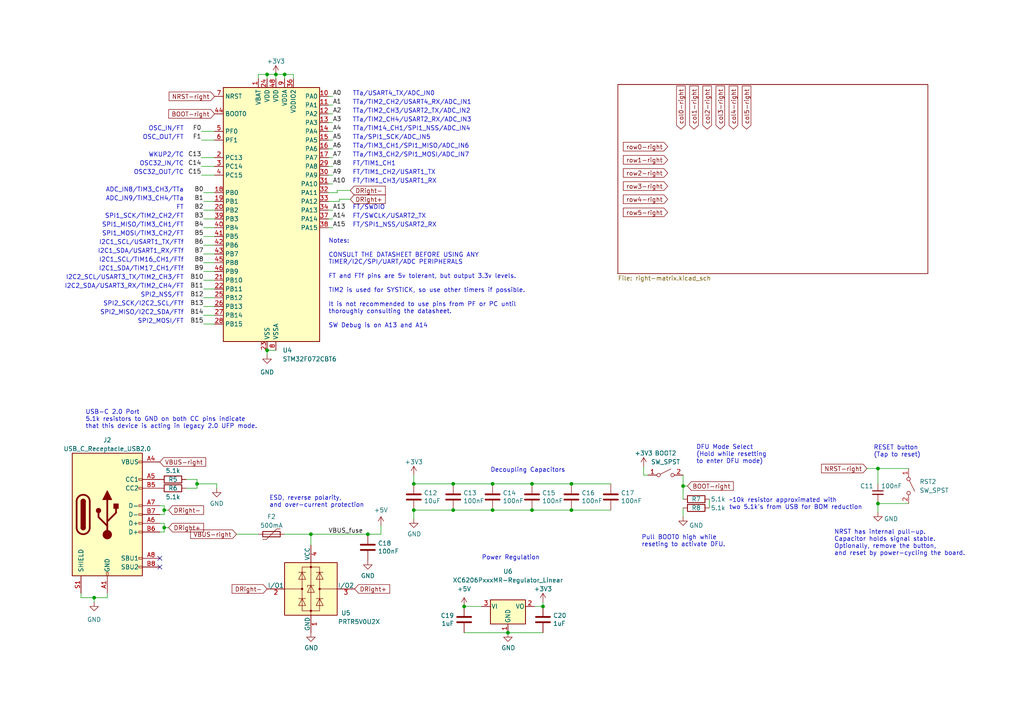
<source format=kicad_sch>
(kicad_sch (version 20231120) (generator "eeschema") (generator_version "8.0")
  (paper "A4")
  (lib_symbols
    (symbol "+5V_1" (power) (pin_names (offset 0))
      (property "Value" "+5V_1" (at 0 3.556 0))
      (symbol "+5V_1_0_1"
        (polyline (pts (xy -0.762 1.27) (xy 0 2.54)))
        (polyline (pts (xy 0 0) (xy 0 2.54)))
        (polyline (pts (xy 0 2.54) (xy 0.762 1.27)))
      )
      (symbol "+5V_1_1_1"
        (pin power_in line (at 0 0 90) (length 0) hide (name "+5V") (number "1"))
      )
    )
    (symbol "Connector:USB_C_Receptacle_USB2.0" (pin_names (offset 1.016))
      (property "Reference" "J" (at -10.16 19.05 0))
      (property "Value" "USB_C_Receptacle_USB2.0" (at 19.05 19.05 0))
      (symbol "USB_C_Receptacle_USB2.0_0_0"
        (rectangle (start -0.254 -17.78) (end 0.254 -16.764))
        (rectangle (start 10.16 -14.986) (end 9.144 -15.494))
        (rectangle (start 10.16 -12.446) (end 9.144 -12.954))
        (rectangle (start 10.16 -4.826) (end 9.144 -5.334))
        (rectangle (start 10.16 -2.286) (end 9.144 -2.794))
        (rectangle (start 10.16 0.254) (end 9.144 -0.254))
        (rectangle (start 10.16 2.794) (end 9.144 2.286))
        (rectangle (start 10.16 7.874) (end 9.144 7.366))
        (rectangle (start 10.16 10.414) (end 9.144 9.906))
        (rectangle (start 10.16 15.494) (end 9.144 14.986))
      )
      (symbol "USB_C_Receptacle_USB2.0_0_1"
        (rectangle (start -10.16 17.78) (end 10.16 -17.78) (stroke (width 0.254)) (fill (type background)))
        (arc (start -8.89 -3.81) (mid -6.985 -5.7067) (end -5.08 -3.81) (stroke (width 0.508)))
        (arc (start -7.62 -3.81) (mid -6.985 -4.4423) (end -6.35 -3.81) (stroke (width 0.254)))
        (arc (start -7.62 -3.81) (mid -6.985 -4.4423) (end -6.35 -3.81) (stroke (width 0.254)) (fill (type outline)))
        (rectangle (start -7.62 -3.81) (end -6.35 3.81) (stroke (width 0.254)) (fill (type outline)))
        (arc (start -6.35 3.81) (mid -6.985 4.4423) (end -7.62 3.81) (stroke (width 0.254)))
        (arc (start -6.35 3.81) (mid -6.985 4.4423) (end -7.62 3.81) (stroke (width 0.254)) (fill (type outline)))
        (arc (start -5.08 3.81) (mid -6.985 5.7067) (end -8.89 3.81) (stroke (width 0.508)))
        (circle (center -2.54 1.143) (radius 0.635) (stroke (width 0.254)) (fill (type outline)))
        (circle (center 0 -5.842) (radius 1.27) (fill (type outline)))
        (polyline (pts (xy -8.89 -3.81) (xy -8.89 3.81)) (stroke (width 0.508)))
        (polyline (pts (xy -5.08 3.81) (xy -5.08 -3.81)) (stroke (width 0.508)))
        (polyline (pts (xy 0 -5.842) (xy 0 4.318)) (stroke (width 0.508)))
        (polyline (pts (xy 0 -3.302) (xy -2.54 -0.762) (xy -2.54 0.508)) (stroke (width 0.508)))
        (polyline (pts (xy 0 -2.032) (xy 2.54 0.508) (xy 2.54 1.778)) (stroke (width 0.508)))
        (polyline (pts (xy -1.27 4.318) (xy 0 6.858) (xy 1.27 4.318) (xy -1.27 4.318)) (stroke (width 0.254)) (fill (type outline)))
        (rectangle (start 1.905 1.778) (end 3.175 3.048) (stroke (width 0.254)) (fill (type outline)))
      )
      (symbol "USB_C_Receptacle_USB2.0_1_1"
        (pin passive line (at 0 -22.86 90) (length 5.08) (name "GND") (number "A1"))
        (pin passive line (at 0 -22.86 90) (length 5.08) hide (name "GND") (number "A12"))
        (pin passive line (at 15.24 15.24 180) (length 5.08) (name "VBUS") (number "A4"))
        (pin bidirectional line (at 15.24 10.16 180) (length 5.08) (name "CC1") (number "A5"))
        (pin bidirectional line (at 15.24 -2.54 180) (length 5.08) (name "D+") (number "A6"))
        (pin bidirectional line (at 15.24 2.54 180) (length 5.08) (name "D-") (number "A7"))
        (pin bidirectional line (at 15.24 -12.7 180) (length 5.08) (name "SBU1") (number "A8"))
        (pin passive line (at 15.24 15.24 180) (length 5.08) hide (name "VBUS") (number "A9"))
        (pin passive line (at 0 -22.86 90) (length 5.08) hide (name "GND") (number "B1"))
        (pin passive line (at 0 -22.86 90) (length 5.08) hide (name "GND") (number "B12"))
        (pin passive line (at 15.24 15.24 180) (length 5.08) hide (name "VBUS") (number "B4"))
        (pin bidirectional line (at 15.24 7.62 180) (length 5.08) (name "CC2") (number "B5"))
        (pin bidirectional line (at 15.24 -5.08 180) (length 5.08) (name "D+") (number "B6"))
        (pin bidirectional line (at 15.24 0 180) (length 5.08) (name "D-") (number "B7"))
        (pin bidirectional line (at 15.24 -15.24 180) (length 5.08) (name "SBU2") (number "B8"))
        (pin passive line (at 15.24 15.24 180) (length 5.08) hide (name "VBUS") (number "B9"))
        (pin passive line (at -7.62 -22.86 90) (length 5.08) (name "SHIELD") (number "S1"))
      )
    )
    (symbol "Device:C" (pin_numbers hide) (pin_names (offset 0.254))
      (property "Reference" "C" (at 0.635 2.54 0))
      (property "Value" "C" (at 0.635 -2.54 0))
      (symbol "C_0_1"
        (polyline (pts (xy -2.032 -0.762) (xy 2.032 -0.762)) (stroke (width 0.508)))
        (polyline (pts (xy -2.032 0.762) (xy 2.032 0.762)) (stroke (width 0.508)))
      )
      (symbol "C_1_1"
        (pin passive line (at 0 3.81 270) (length 2.794) (name "~") (number "1"))
        (pin passive line (at 0 -3.81 90) (length 2.794) (name "~") (number "2"))
      )
    )
    (symbol "Device:C_Small" (pin_numbers hide) (pin_names (offset 0.254) hide)
      (property "Reference" "C" (at 0.254 1.778 0))
      (property "Value" "C_Small" (at 0.254 -2.032 0))
      (symbol "C_Small_0_1"
        (polyline (pts (xy -1.524 -0.508) (xy 1.524 -0.508)) (stroke (width 0.3302)))
        (polyline (pts (xy -1.524 0.508) (xy 1.524 0.508)) (stroke (width 0.3048)))
      )
      (symbol "C_Small_1_1"
        (pin passive line (at 0 2.54 270) (length 2.032) (name "~") (number "1"))
        (pin passive line (at 0 -2.54 90) (length 2.032) (name "~") (number "2"))
      )
    )
    (symbol "Device:Polyfuse" (pin_numbers hide) (pin_names (offset 0))
      (property "Reference" "F" (at -2.54 0 90))
      (property "Value" "Polyfuse" (at 2.54 0 90))
      (symbol "Polyfuse_0_1"
        (rectangle (start -0.762 2.54) (end 0.762 -2.54) (stroke (width 0.254)))
        (polyline (pts (xy 0 2.54) (xy 0 -2.54)))
        (polyline (pts (xy -1.524 2.54) (xy -1.524 1.524) (xy 1.524 -1.524) (xy 1.524 -2.54)))
      )
      (symbol "Polyfuse_1_1"
        (pin passive line (at 0 3.81 270) (length 1.27) (name "~") (number "1"))
        (pin passive line (at 0 -3.81 90) (length 1.27) (name "~") (number "2"))
      )
    )
    (symbol "Device:R" (pin_numbers hide) (pin_names (offset 0))
      (property "Reference" "R" (at 2.032 0 90))
      (property "Value" "R" (at 0 0 90))
      (symbol "R_0_1"
        (rectangle (start -1.016 -2.54) (end 1.016 2.54) (stroke (width 0.254)))
      )
      (symbol "R_1_1"
        (pin passive line (at 0 3.81 270) (length 1.27) (name "~") (number "1"))
        (pin passive line (at 0 -3.81 90) (length 1.27) (name "~") (number "2"))
      )
    )
    (symbol "MCU_ST_STM32F0:STM32F072CBTx"
      (property "Reference" "U" (at -12.7 39.37 0))
      (property "Value" "STM32F072CBTx" (at 10.16 39.37 0))
      (symbol "STM32F072CBTx_0_1"
        (rectangle (start -12.7 -35.56) (end 15.24 38.1) (stroke (width 0.254)) (fill (type background)))
      )
      (symbol "STM32F072CBTx_1_1"
        (pin power_in line (at -2.54 40.64 270) (length 2.54) (name "VBAT") (number "1"))
        (pin bidirectional line (at 17.78 35.56 180) (length 2.54) (name "PA0") (number "10"))
        (pin bidirectional line (at 17.78 33.02 180) (length 2.54) (name "PA1") (number "11"))
        (pin bidirectional line (at 17.78 30.48 180) (length 2.54) (name "PA2") (number "12"))
        (pin bidirectional line (at 17.78 27.94 180) (length 2.54) (name "PA3") (number "13"))
        (pin bidirectional line (at 17.78 25.4 180) (length 2.54) (name "PA4") (number "14"))
        (pin bidirectional line (at 17.78 22.86 180) (length 2.54) (name "PA5") (number "15"))
        (pin bidirectional line (at 17.78 20.32 180) (length 2.54) (name "PA6") (number "16"))
        (pin bidirectional line (at 17.78 17.78 180) (length 2.54) (name "PA7") (number "17"))
        (pin bidirectional line (at -15.24 7.62 0) (length 2.54) (name "PB0") (number "18"))
        (pin bidirectional line (at -15.24 5.08 0) (length 2.54) (name "PB1") (number "19"))
        (pin bidirectional line (at -15.24 17.78 0) (length 2.54) (name "PC13") (number "2"))
        (pin bidirectional line (at -15.24 2.54 0) (length 2.54) (name "PB2") (number "20"))
        (pin bidirectional line (at -15.24 -17.78 0) (length 2.54) (name "PB10") (number "21"))
        (pin bidirectional line (at -15.24 -20.32 0) (length 2.54) (name "PB11") (number "22"))
        (pin power_in line (at 0 -38.1 90) (length 2.54) (name "VSS") (number "23"))
        (pin power_in line (at 0 40.64 270) (length 2.54) (name "VDD") (number "24"))
        (pin bidirectional line (at -15.24 -22.86 0) (length 2.54) (name "PB12") (number "25"))
        (pin bidirectional line (at -15.24 -25.4 0) (length 2.54) (name "PB13") (number "26"))
        (pin bidirectional line (at -15.24 -27.94 0) (length 2.54) (name "PB14") (number "27"))
        (pin bidirectional line (at -15.24 -30.48 0) (length 2.54) (name "PB15") (number "28"))
        (pin bidirectional line (at 17.78 15.24 180) (length 2.54) (name "PA8") (number "29"))
        (pin bidirectional line (at -15.24 15.24 0) (length 2.54) (name "PC14") (number "3"))
        (pin bidirectional line (at 17.78 12.7 180) (length 2.54) (name "PA9") (number "30"))
        (pin bidirectional line (at 17.78 10.16 180) (length 2.54) (name "PA10") (number "31"))
        (pin bidirectional line (at 17.78 7.62 180) (length 2.54) (name "PA11") (number "32"))
        (pin bidirectional line (at 17.78 5.08 180) (length 2.54) (name "PA12") (number "33"))
        (pin bidirectional line (at 17.78 2.54 180) (length 2.54) (name "PA13") (number "34"))
        (pin passive line (at 0 -38.1 90) (length 2.54) hide (name "VSS") (number "35"))
        (pin power_in line (at 7.62 40.64 270) (length 2.54) (name "VDDIO2") (number "36"))
        (pin bidirectional line (at 17.78 0 180) (length 2.54) (name "PA14") (number "37"))
        (pin bidirectional line (at 17.78 -2.54 180) (length 2.54) (name "PA15") (number "38"))
        (pin bidirectional line (at -15.24 0 0) (length 2.54) (name "PB3") (number "39"))
        (pin bidirectional line (at -15.24 12.7 0) (length 2.54) (name "PC15") (number "4"))
        (pin bidirectional line (at -15.24 -2.54 0) (length 2.54) (name "PB4") (number "40"))
        (pin bidirectional line (at -15.24 -5.08 0) (length 2.54) (name "PB5") (number "41"))
        (pin bidirectional line (at -15.24 -7.62 0) (length 2.54) (name "PB6") (number "42"))
        (pin bidirectional line (at -15.24 -10.16 0) (length 2.54) (name "PB7") (number "43"))
        (pin input line (at -15.24 30.48 0) (length 2.54) (name "BOOT0") (number "44"))
        (pin bidirectional line (at -15.24 -12.7 0) (length 2.54) (name "PB8") (number "45"))
        (pin bidirectional line (at -15.24 -15.24 0) (length 2.54) (name "PB9") (number "46"))
        (pin passive line (at 0 -38.1 90) (length 2.54) hide (name "VSS") (number "47"))
        (pin power_in line (at 2.54 40.64 270) (length 2.54) (name "VDD") (number "48"))
        (pin bidirectional line (at -15.24 25.4 0) (length 2.54) (name "PF0") (number "5"))
        (pin bidirectional line (at -15.24 22.86 0) (length 2.54) (name "PF1") (number "6"))
        (pin input line (at -15.24 35.56 0) (length 2.54) (name "NRST") (number "7"))
        (pin power_in line (at 2.54 -38.1 90) (length 2.54) (name "VSSA") (number "8"))
        (pin power_in line (at 5.08 40.64 270) (length 2.54) (name "VDDA") (number "9"))
      )
    )
    (symbol "Power_Protection:PRTR5V0U2X" (pin_names (offset 0))
      (property "Reference" "D" (at 2.794 8.636 0))
      (property "Value" "PRTR5V0U2X" (at 8.128 -9.398 0))
      (symbol "PRTR5V0U2X_0_1"
        (rectangle (start -7.62 -7.62) (end 7.62 7.62) (stroke (width 0.254)) (fill (type background)))
        (circle (center -2.54 0) (radius 0.254) (fill (type outline)))
        (rectangle (start -2.54 6.35) (end 2.54 -6.35))
        (circle (center 0 -6.35) (radius 0.254) (fill (type outline)))
        (polyline (pts (xy -2.54 0) (xy -7.62 0)))
        (polyline (pts (xy -1.524 -2.794) (xy -3.556 -2.794)))
        (polyline (pts (xy -1.524 4.826) (xy -3.556 4.826)))
        (polyline (pts (xy 0 -7.62) (xy 0 7.62)))
        (polyline (pts (xy 1.524 -2.794) (xy 3.556 -2.794)))
        (polyline (pts (xy 1.524 4.826) (xy 3.556 4.826)))
        (polyline (pts (xy 2.54 0) (xy 7.62 0)))
        (polyline (pts (xy 1.016 1.016) (xy -1.016 1.016) (xy -1.016 0.508)))
        (polyline (pts (xy -3.556 -4.826) (xy -1.524 -4.826) (xy -2.54 -2.794) (xy -3.556 -4.826)))
        (polyline (pts (xy -3.556 2.794) (xy -1.524 2.794) (xy -2.54 4.826) (xy -3.556 2.794)))
        (polyline (pts (xy -1.016 -1.016) (xy 1.016 -1.016) (xy 0 1.016) (xy -1.016 -1.016)))
        (polyline (pts (xy 3.556 -4.826) (xy 1.524 -4.826) (xy 2.54 -2.794) (xy 3.556 -4.826)))
        (polyline (pts (xy 3.556 2.794) (xy 1.524 2.794) (xy 2.54 4.826) (xy 3.556 2.794)))
        (circle (center 0 6.35) (radius 0.254) (fill (type outline)))
        (circle (center 2.54 0) (radius 0.254) (fill (type outline)))
      )
      (symbol "PRTR5V0U2X_1_1"
        (pin passive line (at 0 -12.7 90) (length 5.08) (name "GND") (number "1"))
        (pin passive line (at -12.7 0 0) (length 5.08) (name "I/O1") (number "2"))
        (pin passive line (at 12.7 0 180) (length 5.08) (name "I/O2") (number "3"))
        (pin passive line (at 0 12.7 270) (length 5.08) (name "VCC") (number "4"))
      )
    )
    (symbol "Switch:SW_SPST" (pin_names (offset 0) hide)
      (property "Reference" "SW" (at 0 3.175 0))
      (property "Value" "SW_SPST" (at 0 -2.54 0))
      (symbol "SW_SPST_0_0"
        (circle (center -2.032 0) (radius 0.508))
        (polyline (pts (xy -1.524 0.254) (xy 1.524 1.778)))
        (circle (center 2.032 0) (radius 0.508))
      )
      (symbol "SW_SPST_1_1"
        (pin passive line (at -5.08 0 0) (length 2.54) (name "A") (number "1"))
        (pin passive line (at 5.08 0 180) (length 2.54) (name "B") (number "2"))
      )
    )
    (symbol "kicad-keyboard-parts:XC6206PxxxMR-Regulator_Linear" (pin_names (offset 0.254))
      (property "Reference" "U" (at -3.81 3.175 0))
      (property "Value" "XC6206PxxxMR-Regulator_Linear" (at 0 3.175 0))
      (property "LCSC" "C5446" (at 0 0 0))
      (symbol "XC6206PxxxMR-Regulator_Linear_0_1"
        (rectangle (start -5.08 1.905) (end 5.08 -5.08) (stroke (width 0.254)) (fill (type background)))
      )
      (symbol "XC6206PxxxMR-Regulator_Linear_1_1"
        (pin power_in line (at 0 -7.62 90) (length 2.54) (name "GND") (number "1"))
        (pin power_out line (at 7.62 0 180) (length 2.54) (name "VO") (number "2"))
        (pin power_in line (at -7.62 0 0) (length 2.54) (name "VI") (number "3"))
      )
    )
    (symbol "power:+3V3" (power) (pin_names (offset 0))
      (property "Value" "+3V3" (at 0 3.556 0))
      (symbol "+3V3_0_1"
        (polyline (pts (xy -0.762 1.27) (xy 0 2.54)))
        (polyline (pts (xy 0 0) (xy 0 2.54)))
        (polyline (pts (xy 0 2.54) (xy 0.762 1.27)))
      )
      (symbol "+3V3_1_1"
        (pin power_in line (at 0 0 90) (length 0) hide (name "+3V3") (number "1"))
      )
    )
    (symbol "power:+5V" (power) (pin_names (offset 0))
      (property "Value" "+5V" (at 0 3.556 0))
      (symbol "+5V_0_1"
        (polyline (pts (xy -0.762 1.27) (xy 0 2.54)))
        (polyline (pts (xy 0 0) (xy 0 2.54)))
        (polyline (pts (xy 0 2.54) (xy 0.762 1.27)))
      )
      (symbol "+5V_1_1"
        (pin power_in line (at 0 0 90) (length 0) hide (name "+5V") (number "1"))
      )
    )
    (symbol "power:GND" (power) (pin_names (offset 0))
      (property "Value" "GND" (at 0 -3.81 0))
      (symbol "GND_0_1"
        (polyline (pts (xy 0 0) (xy 0 -1.27) (xy 1.27 -1.27) (xy 0 -2.54) (xy -1.27 -1.27) (xy 0 -1.27)))
      )
      (symbol "GND_1_1"
        (pin power_in line (at 0 0 270) (length 0) hide (name "GND") (number "1"))
      )
    )
  )
  (junction (at 131.445 140.335))
  (junction (at 77.47 101.6))
  (junction (at 154.305 140.335))
  (junction (at 90.17 154.94))
  (junction (at 157.48 175.895))
  (junction (at 198.12 140.97))
  (junction (at 165.735 140.335))
  (junction (at 154.305 147.955))
  (junction (at 47.625 153.035))
  (junction (at 27.305 173.355))
  (junction (at 57.15 140.335))
  (junction (at 120.015 140.335))
  (junction (at 254.635 146.05))
  (junction (at 142.875 140.335))
  (junction (at 47.625 147.955))
  (junction (at 77.47 21.59))
  (junction (at 254.635 135.89))
  (junction (at 106.68 154.94))
  (junction (at 165.735 147.955))
  (junction (at 142.875 147.955))
  (junction (at 134.62 175.895))
  (junction (at 80.01 21.59))
  (junction (at 131.445 147.955))
  (junction (at 120.015 147.955))
  (junction (at 82.55 21.59))
  (junction (at 147.32 183.515) (diameter 0.9144))
  (no_connect (at 46.355 161.925))
  (no_connect (at 46.355 164.465))
  (wire (pts (xy 57.15 140.335) (xy 62.865 140.335)))
  (wire (pts (xy 59.055 76.2) (xy 62.23 76.2)))
  (wire (pts (xy 47.625 154.305) (xy 47.625 153.035)))
  (wire (pts (xy 142.875 147.955) (xy 131.445 147.955)))
  (wire (pts (xy 59.055 88.9) (xy 62.23 88.9)))
  (wire (pts (xy 96.52 50.8) (xy 95.25 50.8)))
  (wire (pts (xy 59.055 91.44) (xy 62.23 91.44)))
  (wire (pts (xy 82.55 21.59) (xy 80.01 21.59)))
  (wire (pts (xy 96.52 45.72) (xy 95.25 45.72)))
  (wire (pts (xy 96.52 27.94) (xy 95.25 27.94)))
  (wire (pts (xy 96.52 53.34) (xy 95.25 53.34)))
  (wire (pts (xy 23.495 172.085) (xy 23.495 173.355)))
  (wire (pts (xy 46.355 151.765) (xy 47.625 151.765)))
  (wire (pts (xy 59.055 73.66) (xy 62.23 73.66)))
  (wire (pts (xy 98.425 58.42) (xy 95.25 58.42)))
  (wire (pts (xy 198.12 140.97) (xy 199.39 140.97)))
  (wire (pts (xy 120.015 150.495) (xy 120.015 147.955)))
  (wire (pts (xy 58.42 45.72) (xy 62.23 45.72)))
  (wire (pts (xy 74.93 21.59) (xy 74.93 22.86)))
  (wire (pts (xy 254.635 148.59) (xy 254.635 146.05)))
  (wire (pts (xy 147.32 183.515) (xy 134.62 183.515)))
  (wire (pts (xy 23.495 173.355) (xy 27.305 173.355)))
  (wire (pts (xy 47.625 153.035) (xy 48.895 153.035)))
  (wire (pts (xy 53.975 139.065) (xy 57.15 139.065)))
  (wire (pts (xy 101.6 55.245) (xy 97.79 55.245)))
  (wire (pts (xy 47.625 146.685) (xy 47.625 147.955)))
  (wire (pts (xy 58.42 38.1) (xy 62.23 38.1)))
  (wire (pts (xy 131.445 140.335) (xy 120.015 140.335)))
  (wire (pts (xy 90.17 154.94) (xy 106.68 154.94)))
  (wire (pts (xy 96.52 30.48) (xy 95.25 30.48)))
  (wire (pts (xy 62.865 140.335) (xy 62.865 141.605)))
  (wire (pts (xy 186.69 137.795) (xy 186.69 135.255)))
  (wire (pts (xy 77.47 21.59) (xy 77.47 22.86)))
  (wire (pts (xy 53.975 141.605) (xy 57.15 141.605)))
  (wire (pts (xy 77.47 102.87) (xy 77.47 101.6)))
  (wire (pts (xy 154.94 175.895) (xy 157.48 175.895)))
  (wire (pts (xy 96.52 66.04) (xy 95.25 66.04)))
  (wire (pts (xy 59.055 81.28) (xy 62.23 81.28)))
  (wire (pts (xy 85.09 21.59) (xy 85.09 22.86)))
  (wire (pts (xy 198.12 137.795) (xy 198.12 140.97)))
  (wire (pts (xy 80.01 21.59) (xy 80.01 22.86)))
  (wire (pts (xy 96.52 63.5) (xy 95.25 63.5)))
  (wire (pts (xy 59.055 63.5) (xy 62.23 63.5)))
  (wire (pts (xy 142.875 147.955) (xy 154.305 147.955)))
  (wire (pts (xy 142.875 140.335) (xy 131.445 140.335)))
  (wire (pts (xy 82.55 154.94) (xy 90.17 154.94)))
  (wire (pts (xy 120.015 137.795) (xy 120.015 140.335)))
  (wire (pts (xy 58.42 50.8) (xy 62.23 50.8)))
  (wire (pts (xy 96.52 43.18) (xy 95.25 43.18)))
  (wire (pts (xy 96.52 40.64) (xy 95.25 40.64)))
  (wire (pts (xy 147.32 183.515) (xy 157.48 183.515)))
  (wire (pts (xy 47.625 151.765) (xy 47.625 153.035)))
  (wire (pts (xy 154.305 140.335) (xy 165.735 140.335)))
  (wire (pts (xy 77.47 21.59) (xy 80.01 21.59)))
  (wire (pts (xy 142.875 140.335) (xy 154.305 140.335)))
  (wire (pts (xy 96.52 35.56) (xy 95.25 35.56)))
  (wire (pts (xy 198.12 140.97) (xy 198.12 144.78)))
  (wire (pts (xy 110.49 152.4) (xy 110.49 154.94)))
  (wire (pts (xy 97.79 55.88) (xy 95.25 55.88)))
  (wire (pts (xy 46.355 149.225) (xy 47.625 149.225)))
  (wire (pts (xy 251.46 135.89) (xy 254.635 135.89)))
  (wire (pts (xy 82.55 21.59) (xy 85.09 21.59)))
  (wire (pts (xy 90.17 154.94) (xy 90.17 158.115)))
  (wire (pts (xy 97.79 55.245) (xy 97.79 55.88)))
  (wire (pts (xy 254.635 135.89) (xy 254.635 140.335)))
  (wire (pts (xy 165.735 147.955) (xy 177.165 147.955)))
  (wire (pts (xy 254.635 146.05) (xy 254.635 145.415)))
  (wire (pts (xy 59.055 71.12) (xy 62.23 71.12)))
  (wire (pts (xy 57.15 140.335) (xy 57.15 139.065)))
  (wire (pts (xy 157.48 174.625) (xy 157.48 175.895)))
  (wire (pts (xy 59.055 55.88) (xy 62.23 55.88)))
  (wire (pts (xy 254.635 135.89) (xy 263.525 135.89)))
  (wire (pts (xy 58.42 40.64) (xy 62.23 40.64)))
  (wire (pts (xy 254.635 146.05) (xy 263.525 146.05)))
  (wire (pts (xy 96.52 60.96) (xy 95.25 60.96)))
  (wire (pts (xy 58.42 48.26) (xy 62.23 48.26)))
  (wire (pts (xy 96.52 38.1) (xy 95.25 38.1)))
  (wire (pts (xy 59.055 68.58) (xy 62.23 68.58)))
  (wire (pts (xy 165.735 140.335) (xy 177.165 140.335)))
  (wire (pts (xy 59.055 83.82) (xy 62.23 83.82)))
  (wire (pts (xy 198.12 147.32) (xy 198.12 149.86)))
  (wire (pts (xy 154.305 147.955) (xy 165.735 147.955)))
  (wire (pts (xy 134.62 175.895) (xy 139.7 175.895)))
  (wire (pts (xy 27.305 174.625) (xy 27.305 173.355)))
  (wire (pts (xy 82.55 21.59) (xy 82.55 22.86)))
  (wire (pts (xy 101.6 57.785) (xy 98.425 57.785)))
  (wire (pts (xy 59.055 58.42) (xy 62.23 58.42)))
  (wire (pts (xy 96.52 33.02) (xy 95.25 33.02)))
  (wire (pts (xy 131.445 147.955) (xy 120.015 147.955)))
  (wire (pts (xy 68.58 154.94) (xy 74.93 154.94)))
  (wire (pts (xy 31.115 173.355) (xy 31.115 172.085)))
  (wire (pts (xy 96.52 48.26) (xy 95.25 48.26)))
  (wire (pts (xy 57.15 141.605) (xy 57.15 140.335)))
  (wire (pts (xy 59.055 86.36) (xy 62.23 86.36)))
  (wire (pts (xy 59.055 78.74) (xy 62.23 78.74)))
  (wire (pts (xy 74.93 21.59) (xy 77.47 21.59)))
  (wire (pts (xy 187.96 137.795) (xy 186.69 137.795)))
  (wire (pts (xy 205.74 144.78) (xy 205.74 147.32)))
  (wire (pts (xy 46.355 146.685) (xy 47.625 146.685)))
  (wire (pts (xy 59.055 93.98) (xy 62.23 93.98)))
  (wire (pts (xy 98.425 57.785) (xy 98.425 58.42)))
  (wire (pts (xy 77.47 101.6) (xy 80.01 101.6)))
  (wire (pts (xy 59.055 60.96) (xy 62.23 60.96)))
  (wire (pts (xy 47.625 147.955) (xy 47.625 149.225)))
  (wire (pts (xy 106.68 154.94) (xy 110.49 154.94)))
  (wire (pts (xy 27.305 173.355) (xy 31.115 173.355)))
  (wire (pts (xy 47.625 147.955) (xy 48.895 147.955)))
  (wire (pts (xy 59.055 66.04) (xy 62.23 66.04)))
  (wire (pts (xy 46.355 154.305) (xy 47.625 154.305)))
  (text "SPI2_MOSI/FT" (at 53.34 93.98 0) (effects (font (size 1.27 1.27)) (justify right bottom)))
  (text "TTa/TIM3_CH2/SPI1_MOSI/ADC_IN7" (at 102.235 45.72 0) (effects (font (size 1.27 1.27)) (justify left bottom)))
  (text "I2C2_SCL/USART3_TX/TIM2_CH3/FT" (at 53.34 81.28 0) (effects (font (size 1.27 1.27)) (justify right bottom)))
  (text "I2C1_SCL/USART1_TX/FTf" (at 53.34 71.12 0) (effects (font (size 1.27 1.27)) (justify right bottom)))
  (text "SPI1_MOSI/TIM3_CH2/FT" (at 53.34 68.58 0) (effects (font (size 1.27 1.27)) (justify right bottom)))
  (text "FT/TIM1_CH3/USART1_RX" (at 102.235 53.34 0) (effects (font (size 1.27 1.27)) (justify left bottom)))
  (text "DFU Mode Select\n(Hold while resetting\nto enter DFU mode)" (at 201.93 134.62 0) (effects (font (size 1.27 1.27)) (justify left bottom)))
  (text "~10k resistor approximated with\ntwo 5.1k's from USB for BOM reduction" (at 211.455 147.955 0) (effects (font (size 1.27 1.27)) (justify left bottom)))
  (text "I2C2_SDA/USART3_RX/TIM2_CH4/FT" (at 53.34 83.82 0) (effects (font (size 1.27 1.27)) (justify right bottom)))
  (text "Decoupling Capacitors" (at 142.24 137.16 0) (effects (font (size 1.27 1.27)) (justify left bottom)))
  (text "Pull BOOT0 high while \nreseting to activate DFU." (at 186.055 158.75 0) (effects (font (size 1.27 1.27)) (justify left bottom)))
  (text "OSC_OUT/FT" (at 53.34 40.64 0) (effects (font (size 1.27 1.27)) (justify right bottom)))
  (text "WKUP2/TC" (at 53.34 45.72 0) (effects (font (size 1.27 1.27)) (justify right bottom)))
  (text "SPI2_SCK/I2C2_SCL/FTf" (at 53.34 88.9 0) (effects (font (size 1.27 1.27)) (justify right bottom)))
  (text "SPI2_NSS/FT" (at 53.34 86.36 0) (effects (font (size 1.27 1.27)) (justify right bottom)))
  (text "RESET button\n(Tap to reset)" (at 253.365 132.715 0) (effects (font (size 1.27 1.27)) (justify left bottom)))
  (text "TTa/SPI1_SCK/ADC_IN5" (at 102.235 40.64 0) (effects (font (size 1.27 1.27)) (justify left bottom)))
  (text "SPI1_SCK/TIM2_CH2/FT" (at 53.34 63.5 0) (effects (font (size 1.27 1.27)) (justify right bottom)))
  (text "USB-C 2.0 Port\n5.1k resistors to GND on both CC pins indicate\nthat this device is acting in legacy 2.0 UFP mode." (at 24.765 124.46 0) (effects (font (size 1.27 1.27)) (justify left bottom)))
  (text "NRST has internal pull-up.\nCapacitor holds signal stable.\nOptionally, remove the button,\nand reset by power-cycling the board." (at 241.935 161.29 0) (effects (font (size 1.27 1.27)) (justify left bottom)))
  (text "TTa/USART4_TX/ADC_IN0" (at 102.235 27.94 0) (effects (font (size 1.27 1.27)) (justify left bottom)))
  (text "TTa/TIM3_CH1/SPI1_MISO/ADC_IN6" (at 102.235 43.18 0) (effects (font (size 1.27 1.27)) (justify left bottom)))
  (text "SPI1_MISO/TIM3_CH1/FT" (at 53.34 66.04 0) (effects (font (size 1.27 1.27)) (justify right bottom)))
  (text "FT/SPI1_NSS/USART2_RX" (at 102.235 66.04 0) (effects (font (size 1.27 1.27)) (justify left bottom)))
  (text "I2C1_SDA/TIM17_CH1/FTf" (at 53.34 78.74 0) (effects (font (size 1.27 1.27)) (justify right bottom)))
  (text "OSC32_OUT/TC" (at 53.34 50.8 0) (effects (font (size 1.27 1.27)) (justify right bottom)))
  (text "OSC32_IN/TC" (at 53.34 48.26 0) (effects (font (size 1.27 1.27)) (justify right bottom)))
  (text "FT" (at 53.34 60.96 0) (effects (font (size 1.27 1.27)) (justify right bottom)))
  (text "TTa/TIM2_CH3/USART2_TX/ADC_IN2" (at 102.235 33.02 0) (effects (font (size 1.27 1.27)) (justify left bottom)))
  (text "TTa/TIM2_CH2/USART4_RX/ADC_IN1" (at 102.235 30.48 0) (effects (font (size 1.27 1.27)) (justify left bottom)))
  (text "TTa/TIM14_CH1/SPI1_NSS/ADC_IN4" (at 102.235 38.1 0) (effects (font (size 1.27 1.27)) (justify left bottom)))
  (text "FT/SWDIO" (at 102.235 60.96 0) (effects (font (size 1.27 1.27)) (justify left bottom)))
  (text "SPI2_MISO/I2C2_SDA/FTf" (at 53.34 91.44 0) (effects (font (size 1.27 1.27)) (justify right bottom)))
  (text "I2C1_SCL/TIM16_CH1/FTf" (at 53.34 76.2 0) (effects (font (size 1.27 1.27)) (justify right bottom)))
  (text "Power Regulation" (at 139.7 162.56 0) (effects (font (size 1.27 1.27)) (justify left bottom)))
  (text "TTa/TIM2_CH4/USART2_RX/ADC_IN3" (at 102.235 35.56 0) (effects (font (size 1.27 1.27)) (justify left bottom)))
  (text "I2C1_SDA/USART1_RX/FTf" (at 53.34 73.66 0) (effects (font (size 1.27 1.27)) (justify right bottom)))
  (text "FT/SWCLK/USART2_TX" (at 102.235 63.5 0) (effects (font (size 1.27 1.27)) (justify left bottom)))
  (text "OSC_IN/FT" (at 53.34 38.1 0) (effects (font (size 1.27 1.27)) (justify right bottom)))
  (text "FT/TIM1_CH2/USART1_TX" (at 102.235 50.8 0) (effects (font (size 1.27 1.27)) (justify left bottom)))
  (text "ESD, reverse polarity,\nand over-current protection" (at 78.105 147.32 0) (effects (font (size 1.27 1.27)) (justify left bottom)))
  (text "ADC_IN8/TIM3_CH3/TTa" (at 53.34 55.88 0) (effects (font (size 1.27 1.27)) (justify right bottom)))
  (text "FT/TIM1_CH1" (at 102.235 48.26 0) (effects (font (size 1.27 1.27)) (justify left bottom)))
  (text "Notes:\n\nCONSULT THE DATASHEET BEFORE USING ANY \nTIMER/I2C/SPI/UART/ADC PERIPHERALS\n\nFT and FTf pins are 5v tolerant, but output 3.3v levels.\n\nTIM2 is used for SYSTICK, so use other timers if possible.\n\nIt is not recommended to use pins from PF or PC until\nthoroughly consulting the datasheet.\n\nSW Debug is on A13 and A14" (at 95.25 95.25 0) (effects (font (size 1.27 1.27)) (justify left bottom)))
  (text "ADC_IN9/TIM3_CH4/TTa" (at 53.34 58.42 0) (effects (font (size 1.27 1.27)) (justify right bottom)))
  (label "B4" (at 59.055 66.04 180))
  (label "C14" (at 58.42 48.26 180))
  (label "B9" (at 59.055 78.74 180))
  (label "A7" (at 96.52 45.72 0))
  (label "B0" (at 59.055 55.88 180))
  (label "A6" (at 96.52 43.18 0))
  (label "B7" (at 59.055 73.66 180))
  (label "B3" (at 59.055 63.5 180))
  (label "A13" (at 96.52 60.96 0))
  (label "A0" (at 96.52 27.94 0))
  (label "B6" (at 59.055 71.12 180))
  (label "B2" (at 59.055 60.96 180))
  (label "C15" (at 58.42 50.8 180))
  (label "C13" (at 58.42 45.72 180))
  (label "B10" (at 59.055 81.28 180))
  (label "F0" (at 58.42 38.1 180))
  (label "B1" (at 59.055 58.42 180))
  (label "B11" (at 59.055 83.82 180))
  (label "B8" (at 59.055 76.2 180))
  (label "A1" (at 96.52 30.48 0))
  (label "B15" (at 59.055 93.98 180))
  (label "F1" (at 58.42 40.64 180))
  (label "A3" (at 96.52 35.56 0))
  (label "A14" (at 96.52 63.5 0))
  (label "B5" (at 59.055 68.58 180))
  (label "A2" (at 96.52 33.02 0))
  (label "A15" (at 96.52 66.04 0))
  (label "A9" (at 96.52 50.8 0))
  (label "A8" (at 96.52 48.26 0))
  (label "B13" (at 59.055 88.9 180))
  (label "A10" (at 96.52 53.34 0))
  (label "A4" (at 96.52 38.1 0))
  (label "B14" (at 59.055 91.44 180))
  (label "B12" (at 59.055 86.36 180))
  (label "VBUS_fuse" (at 95.25 154.94 0))
  (label "A5" (at 96.52 40.64 0))
  (global_label "col5-right" (shape input) (at 216.535 37.465 90) (property "Intersheetrefs" "${INTERSHEET_REFS}" (effects (hide yes))))
  (global_label "col2-right" (shape input) (at 205.105 37.465 90) (property "Intersheetrefs" "${INTERSHEET_REFS}" (effects (hide yes))))
  (global_label "VBUS-right" (shape input) (at 46.355 133.985 0) (property "Intersheetrefs" "${INTERSHEET_REFS}" (effects (hide yes))))
  (global_label "row5-right" (shape input) (at 193.675 61.595 180) (property "Intersheetrefs" "${INTERSHEET_REFS}" (effects (hide yes))))
  (global_label "DRight+" (shape input) (at 102.87 170.815 0) (property "Intersheetrefs" "${INTERSHEET_REFS}" (effects (hide yes))))
  (global_label "DRight-" (shape input) (at 48.895 147.955 0) (property "Intersheetrefs" "${INTERSHEET_REFS}" (effects (hide yes))))
  (global_label "row0-right" (shape input) (at 193.675 42.545 180) (property "Intersheetrefs" "${INTERSHEET_REFS}" (effects (hide yes))))
  (global_label "col0-right" (shape input) (at 197.485 37.465 90) (property "Intersheetrefs" "${INTERSHEET_REFS}" (effects (hide yes))))
  (global_label "row2-right" (shape input) (at 193.675 50.165 180) (property "Intersheetrefs" "${INTERSHEET_REFS}" (effects (hide yes))))
  (global_label "col1-right" (shape input) (at 201.295 37.465 90) (property "Intersheetrefs" "${INTERSHEET_REFS}" (effects (hide yes))))
  (global_label "BOOT-right" (shape input) (at 62.23 33.02 180) (property "Intersheetrefs" "${INTERSHEET_REFS}" (effects (hide yes))))
  (global_label "VBUS-right" (shape input) (at 68.58 154.94 180) (property "Intersheetrefs" "${INTERSHEET_REFS}" (effects (hide yes))))
  (global_label "BOOT-right" (shape input) (at 199.39 140.97 0) (property "Intersheetrefs" "${INTERSHEET_REFS}" (effects (hide yes))))
  (global_label "col4-right" (shape input) (at 212.725 37.465 90) (property "Intersheetrefs" "${INTERSHEET_REFS}" (effects (hide yes))))
  (global_label "row4-right" (shape input) (at 193.675 57.785 180) (property "Intersheetrefs" "${INTERSHEET_REFS}" (effects (hide yes))))
  (global_label "row1-right" (shape input) (at 193.675 46.355 180) (property "Intersheetrefs" "${INTERSHEET_REFS}" (effects (hide yes))))
  (global_label "row3-right" (shape input) (at 193.675 53.975 180) (property "Intersheetrefs" "${INTERSHEET_REFS}" (effects (hide yes))))
  (global_label "DRight-" (shape input) (at 77.47 170.815 180) (property "Intersheetrefs" "${INTERSHEET_REFS}" (effects (hide yes))))
  (global_label "NRST-right" (shape input) (at 251.46 135.89 180) (property "Intersheetrefs" "${INTERSHEET_REFS}" (effects (hide yes))))
  (global_label "NRST-right" (shape input) (at 62.23 27.94 180) (property "Intersheetrefs" "${INTERSHEET_REFS}" (effects (hide yes))))
  (global_label "col3-right" (shape input) (at 208.915 37.465 90) (property "Intersheetrefs" "${INTERSHEET_REFS}" (effects (hide yes))))
  (global_label "DRight+" (shape input) (at 48.895 153.035 0) (property "Intersheetrefs" "${INTERSHEET_REFS}" (effects (hide yes))))
  (global_label "DRight-" (shape input) (at 101.6 55.245 0) (property "Intersheetrefs" "${INTERSHEET_REFS}" (effects (hide yes))))
  (global_label "DRight+" (shape input) (at 101.6 57.785 0) (property "Intersheetrefs" "${INTERSHEET_REFS}" (effects (hide yes))))
  (symbol (lib_id "power:+3V3") (at 120.015 137.795 0) (unit 1)
    (property "Reference" "#PWR019" (effects (hide yes)))
    (property "Value" "+3V3" (at 120.015 133.985 0))
  )
  (symbol (lib_id "Connector:USB_C_Receptacle_USB2.0") (at 31.115 149.225 0) (unit 1)
    (property "Reference" "J2" (at 31.115 127.635 0))
    (property "Value" "USB_C_Receptacle_USB2.0" (at 31.115 130.175 0))
    (property "Footprint" "PCM_marbastlib-various:USB_C_Receptacle_HRO_TYPE-C-31-M-12" (effects (hide yes)))
    (property "Datasheet" "https://www.usb.org/sites/default/files/documents/usb_type-c.zip" (effects (hide yes)))
    (property "JlcRotOffset" "180" (effects (hide yes)))
    (property "JlcPosOffset" "0,1.5" (effects (hide yes)))
  )
  (symbol (lib_id "power:GND") (at 198.12 149.86 0) (unit 1)
    (property "Reference" "#PWR022" (effects (hide yes)))
    (property "Value" "GND" (at 201.93 152.4 0))
  )
  (symbol (lib_id "power:GND") (at 254.635 148.59 0) (mirror y) (unit 1)
    (property "Reference" "#PWR021" (effects (hide yes)))
    (property "Value" "GND" (at 258.445 150.495 0))
  )
  (symbol (lib_id "Device:C_Small") (at 254.635 142.875 0) (mirror y) (unit 1)
    (property "Reference" "C11" (at 253.365 140.97 0) (effects (justify left)))
    (property "Value" "100nF" (at 261.62 140.97 0) (effects (justify left)))
    (property "Footprint" "Capacitor_SMD:C_0402_1005Metric" (effects (hide yes)))
    (property "LCSC" "C307331" (effects (hide yes)))
  )
  (symbol (lib_id "Device:R") (at 50.165 141.605 90) (unit 1)
    (property "Reference" "R6" (at 50.165 141.605 90))
    (property "Value" "5.1k" (at 50.165 144.145 90))
    (property "Footprint" "Resistor_SMD:R_0402_1005Metric" (effects (hide yes)))
  )
  (symbol (lib_id "Device:C") (at 120.015 144.145 0) (unit 1)
    (property "Reference" "C12" (at 122.936 142.9766 0) (effects (justify left)))
    (property "Value" "10uF" (at 122.936 145.288 0) (effects (justify left)))
    (property "Footprint" "Capacitor_SMD:C_0603_1608Metric" (effects (hide yes)))
    (property "LCSC" "C307331" (effects (hide yes)))
  )
  (symbol (lib_id "Device:C") (at 131.445 144.145 0) (unit 1)
    (property "Reference" "C13" (at 134.366 142.9766 0) (effects (justify left)))
    (property "Value" "100nF" (at 134.366 145.288 0) (effects (justify left)))
    (property "Footprint" "Capacitor_SMD:C_0402_1005Metric" (effects (hide yes)))
    (property "LCSC" "C307331" (effects (hide yes)))
  )
  (symbol (lib_id "Device:C") (at 106.68 158.75 0) (unit 1)
    (property "Reference" "C18" (at 109.601 157.5816 0) (effects (justify left)))
    (property "Value" "100nF" (at 109.601 159.893 0) (effects (justify left)))
    (property "Footprint" "Capacitor_SMD:C_0402_1005Metric" (effects (hide yes)))
    (property "LCSC" "C307331" (effects (hide yes)))
  )
  (symbol (lib_id "power:+3V3") (at 186.69 135.255 0) (mirror y) (unit 1)
    (property "Reference" "#PWR018" (effects (hide yes)))
    (property "Value" "+3V3" (at 186.69 131.445 0))
  )
  (symbol (lib_id "Device:C") (at 154.305 144.145 0) (unit 1)
    (property "Reference" "C15" (at 157.226 142.9766 0) (effects (justify left)))
    (property "Value" "100nF" (at 157.226 145.288 0) (effects (justify left)))
    (property "Footprint" "Capacitor_SMD:C_0402_1005Metric" (effects (hide yes)))
    (property "LCSC" "C307331" (effects (hide yes)))
  )
  (symbol (lib_id "Device:C") (at 157.48 179.705 0) (unit 1)
    (property "Reference" "C20" (at 160.401 178.5366 0) (effects (justify left)))
    (property "Value" "1uF" (at 160.401 180.848 0) (effects (justify left)))
    (property "Footprint" "Capacitor_SMD:C_0402_1005Metric" (effects (hide yes)))
    (property "LCSC" "C307331" (effects (hide yes)))
  )
  (symbol (lib_id "Device:R") (at 50.165 139.065 270) (unit 1)
    (property "Reference" "R5" (at 50.165 139.065 90))
    (property "Value" "5.1k" (at 50.165 136.525 90))
    (property "Footprint" "Resistor_SMD:R_0402_1005Metric" (effects (hide yes)))
  )
  (symbol (lib_id "power:GND") (at 147.32 183.515 0) (unit 1)
    (property "Reference" "#PWR030" (effects (hide yes)))
    (property "Value" "GND" (at 147.447 187.9092 0))
  )
  (symbol (lib_id "Device:R") (at 201.93 144.78 90) (unit 1)
    (property "Reference" "R7" (at 201.93 144.78 90))
    (property "Value" "5.1k" (at 208.28 144.78 90))
    (property "Footprint" "Resistor_SMD:R_0402_1005Metric" (effects (hide yes)))
  )
  (symbol (lib_id "Device:C") (at 165.735 144.145 0) (unit 1)
    (property "Reference" "C16" (at 168.656 142.9766 0) (effects (justify left)))
    (property "Value" "100nF" (at 168.656 145.288 0) (effects (justify left)))
    (property "Footprint" "Capacitor_SMD:C_0402_1005Metric" (effects (hide yes)))
    (property "LCSC" "C307331" (effects (hide yes)))
  )
  (symbol (lib_id "Switch:SW_SPST") (at 263.525 140.97 270) (unit 1)
    (property "Reference" "RST2" (at 266.7 139.7 90) (effects (justify left)))
    (property "Value" "SW_SPST" (at 266.7 142.24 90) (effects (justify left)))
    (property "Footprint" "Button_Switch_SMD:SW_SPST_TL3342" (effects (hide yes)))
  )
  (symbol (lib_id "power:+5V") (at 134.62 175.895 0) (unit 1)
    (property "Reference" "#PWR028" (effects (hide yes)))
    (property "Value" "+5V" (at 134.62 170.815 0))
  )
  (symbol (lib_id "power:+3V3") (at 80.01 21.59 0) (unit 1)
    (property "Reference" "#PWR016" (effects (hide yes)))
    (property "Value" "+3V3" (at 80.01 17.78 0))
  )
  (symbol (lib_id "MCU_ST_STM32F0:STM32F072CBTx") (at 77.47 63.5 0) (unit 1)
    (property "Reference" "U4" (at 81.9659 101.6 0) (effects (justify left)))
    (property "Value" "STM32F072CBT6" (at 81.9659 104.14 0) (effects (justify left)))
    (property "Footprint" "Package_QFP:LQFP-48_7x7mm_P0.5mm" (effects (hide yes)))
    (property "Datasheet" "https://www.st.com/resource/en/datasheet/stm32f072cb.pdf" (effects (hide yes)))
    (property "JlcRotOffset" "90" (effects (hide yes)))
  )
  (symbol (lib_id "Device:Polyfuse") (at 78.74 154.94 90) (unit 1)
    (property "Reference" "F2" (at 78.74 149.86 90))
    (property "Value" "500mA" (at 78.74 152.4 90))
    (property "Footprint" "Fuse:Fuse_1206_3216Metric" (effects (hide yes)))
    (property "LCSC" "C135341" (effects (hide yes)))
  )
  (symbol (lib_id "Power_Protection:PRTR5V0U2X") (at 90.17 170.815 0) (unit 1)
    (property "Reference" "U5" (at 100.33 177.8 0))
    (property "Value" "PRTR5V0U2X" (at 104.14 180.34 0))
    (property "Footprint" "Package_TO_SOT_SMD:SOT-143" (effects (hide yes)))
    (property "Datasheet" "https://assets.nexperia.com/documents/data-sheet/PRTR5V0U2X.pdf" (effects (hide yes)))
    (property "LCSC" "C2827688" (effects (hide yes)))
    (property "JlcRotOffset" "90" (effects (hide yes)))
  )
  (symbol (lib_id "power:GND") (at 77.47 102.87 0) (unit 1)
    (property "Reference" "#PWR017" (effects (hide yes)))
    (property "Value" "GND" (at 77.47 107.95 0))
  )
  (symbol (lib_id "Device:C") (at 142.875 144.145 0) (unit 1)
    (property "Reference" "C14" (at 145.796 142.9766 0) (effects (justify left)))
    (property "Value" "100nF" (at 145.796 145.288 0) (effects (justify left)))
    (property "Footprint" "Capacitor_SMD:C_0402_1005Metric" (effects (hide yes)))
    (property "LCSC" "C307331" (effects (hide yes)))
  )
  (symbol (lib_id "Device:C") (at 134.62 179.705 0) (mirror y) (unit 1)
    (property "Reference" "C19" (at 131.699 178.5366 0) (effects (justify left)))
    (property "Value" "1uF" (at 131.699 180.848 0) (effects (justify left)))
    (property "Footprint" "Capacitor_SMD:C_0402_1005Metric" (effects (hide yes)))
    (property "LCSC" "C307331" (effects (hide yes)))
  )
  (symbol (lib_id "power:GND") (at 90.17 183.515 0) (unit 1)
    (property "Reference" "#PWR029" (effects (hide yes)))
    (property "Value" "GND" (at 90.297 187.9092 0))
  )
  (symbol (lib_id "power:GND") (at 27.305 174.625 0) (unit 1)
    (property "Reference" "#PWR026" (effects (hide yes)))
    (property "Value" "GND" (at 27.305 179.705 0))
  )
  (symbol (lib_id "power:GND") (at 106.68 162.56 0) (unit 1)
    (property "Reference" "#PWR025" (effects (hide yes)))
    (property "Value" "GND" (at 106.68 167.005 0))
  )
  (symbol (lib_id "Device:C") (at 177.165 144.145 0) (unit 1)
    (property "Reference" "C17" (at 180.086 142.9766 0) (effects (justify left)))
    (property "Value" "100nF" (at 180.086 145.288 0) (effects (justify left)))
    (property "Footprint" "Capacitor_SMD:C_0402_1005Metric" (effects (hide yes)))
    (property "LCSC" "C307331" (effects (hide yes)))
  )
  (symbol (lib_id "power:+3V3") (at 157.48 174.625 0) (unit 1)
    (property "Reference" "#PWR027" (effects (hide yes)))
    (property "Value" "+3V3" (at 157.48 170.815 0))
  )
  (symbol (lib_id "Switch:SW_SPST") (at 193.04 137.795 0) (unit 1)
    (property "Reference" "BOOT2" (at 193.04 131.445 0))
    (property "Value" "SW_SPST" (at 193.04 133.985 0))
    (property "Footprint" "Button_Switch_SMD:SW_SPST_TL3342" (effects (hide yes)))
  )
  (symbol (lib_id "kicad-keyboard-parts:XC6206PxxxMR-Regulator_Linear") (at 147.32 175.895 0) (unit 1)
    (property "Reference" "U6" (at 147.32 165.735 0))
    (property "Value" "XC6206PxxxMR-Regulator_Linear" (at 147.32 168.275 0))
    (property "Footprint" "Package_TO_SOT_SMD:SOT-23" (effects (hide yes)))
    (property "Datasheet" "https://www.torexsemi.com/file/xc6206/XC6206.pdf" (effects (hide yes)))
    (property "LCSC" "C5446" (effects (hide yes)))
  )
  (symbol (lib_name "+5V_1") (lib_id "power:+5V") (at 110.49 152.4 0) (unit 1)
    (property "Reference" "#PWR024" (effects (hide yes)))
    (property "Value" "+5V" (at 110.49 147.955 0))
  )
  (symbol (lib_id "Device:R") (at 201.93 147.32 270) (mirror x) (unit 1)
    (property "Reference" "R8" (at 201.93 147.32 90))
    (property "Value" "5.1k" (at 208.28 147.32 90))
    (property "Footprint" "Resistor_SMD:R_0402_1005Metric" (effects (hide yes)))
  )
  (symbol (lib_id "power:GND") (at 62.865 141.605 0) (unit 1)
    (property "Reference" "#PWR020" (effects (hide yes)))
    (property "Value" "GND" (at 62.865 146.05 0))
  )
  (symbol (lib_id "power:GND") (at 120.015 150.495 0) (unit 1)
    (property "Reference" "#PWR023" (effects (hide yes)))
    (property "Value" "GND" (at 120.142 154.8892 0))
  )
  (sheet (at 179.197 24.511) (size 89.916 54.864) (stroke (width 0.1524))
    (property "Sheetname" "RightMatrix" (effects (hide yes)))
    (property "Sheetfile" "right-matrix.kicad_sch" (at 179.197 79.9596 0) (effects (justify left top)))
  )
)
</source>
